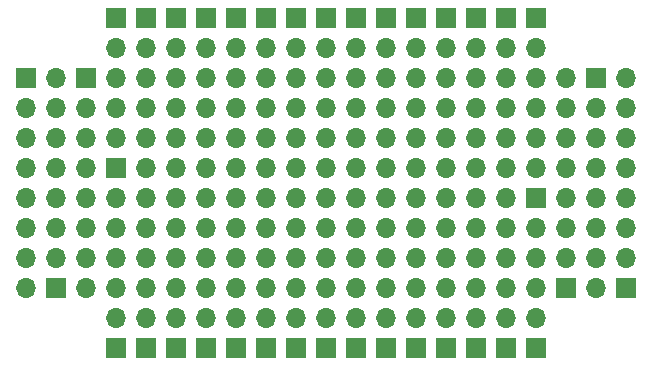
<source format=gbr>
G04 #@! TF.GenerationSoftware,KiCad,Pcbnew,(5.0.0)*
G04 #@! TF.CreationDate,2018-10-10T12:57:49-06:00*
G04 #@! TF.ProjectId,AltoidsSmallsPCB,416C746F696473536D616C6C73504342,rev?*
G04 #@! TF.SameCoordinates,Original*
G04 #@! TF.FileFunction,Soldermask,Bot*
G04 #@! TF.FilePolarity,Negative*
%FSLAX46Y46*%
G04 Gerber Fmt 4.6, Leading zero omitted, Abs format (unit mm)*
G04 Created by KiCad (PCBNEW (5.0.0)) date 10/10/18 12:57:49*
%MOMM*%
%LPD*%
G01*
G04 APERTURE LIST*
%ADD10O,1.700000X1.700000*%
%ADD11R,1.700000X1.700000*%
G04 APERTURE END LIST*
D10*
G04 #@! TO.C,J37*
X115570000Y-81280000D03*
X118110000Y-81280000D03*
X120650000Y-81280000D03*
X123190000Y-81280000D03*
X125730000Y-81280000D03*
X128270000Y-81280000D03*
X130810000Y-81280000D03*
X133350000Y-81280000D03*
X135890000Y-81280000D03*
X138430000Y-81280000D03*
X140970000Y-81280000D03*
X143510000Y-81280000D03*
X146050000Y-81280000D03*
X148590000Y-81280000D03*
D11*
X151130000Y-81280000D03*
G04 #@! TD*
D10*
G04 #@! TO.C,J38*
X151130000Y-78740000D03*
X148590000Y-78740000D03*
X146050000Y-78740000D03*
X143510000Y-78740000D03*
X140970000Y-78740000D03*
X138430000Y-78740000D03*
X135890000Y-78740000D03*
X133350000Y-78740000D03*
X130810000Y-78740000D03*
X128270000Y-78740000D03*
X125730000Y-78740000D03*
X123190000Y-78740000D03*
X120650000Y-78740000D03*
X118110000Y-78740000D03*
D11*
X115570000Y-78740000D03*
G04 #@! TD*
G04 #@! TO.C,J23*
X148590000Y-66040000D03*
D10*
X148590000Y-68580000D03*
X148590000Y-71120000D03*
X148590000Y-73660000D03*
X148590000Y-76200000D03*
G04 #@! TD*
D11*
G04 #@! TO.C,J9*
X143510000Y-93980000D03*
D10*
X143510000Y-91440000D03*
X143510000Y-88900000D03*
X143510000Y-86360000D03*
X143510000Y-83820000D03*
G04 #@! TD*
D11*
G04 #@! TO.C,J22*
X133350000Y-66040000D03*
D10*
X133350000Y-68580000D03*
X133350000Y-71120000D03*
X133350000Y-73660000D03*
X133350000Y-76200000D03*
G04 #@! TD*
D11*
G04 #@! TO.C,J21*
X130810000Y-93980000D03*
D10*
X130810000Y-91440000D03*
X130810000Y-88900000D03*
X130810000Y-86360000D03*
X130810000Y-83820000D03*
G04 #@! TD*
D11*
G04 #@! TO.C,J1*
X123190000Y-66040000D03*
D10*
X123190000Y-68580000D03*
X123190000Y-71120000D03*
X123190000Y-73660000D03*
X123190000Y-76200000D03*
G04 #@! TD*
D11*
G04 #@! TO.C,J19*
X138430000Y-93980000D03*
D10*
X138430000Y-91440000D03*
X138430000Y-88900000D03*
X138430000Y-86360000D03*
X138430000Y-83820000D03*
G04 #@! TD*
D11*
G04 #@! TO.C,J4*
X140970000Y-93980000D03*
D10*
X140970000Y-91440000D03*
X140970000Y-88900000D03*
X140970000Y-86360000D03*
X140970000Y-83820000D03*
G04 #@! TD*
D11*
G04 #@! TO.C,J17*
X128270000Y-66040000D03*
D10*
X128270000Y-68580000D03*
X128270000Y-71120000D03*
X128270000Y-73660000D03*
X128270000Y-76200000D03*
G04 #@! TD*
D11*
G04 #@! TO.C,J5*
X148590000Y-93980000D03*
D10*
X148590000Y-91440000D03*
X148590000Y-88900000D03*
X148590000Y-86360000D03*
X148590000Y-83820000D03*
G04 #@! TD*
D11*
G04 #@! TO.C,J15*
X151130000Y-93980000D03*
D10*
X151130000Y-91440000D03*
X151130000Y-88900000D03*
X151130000Y-86360000D03*
X151130000Y-83820000D03*
G04 #@! TD*
D11*
G04 #@! TO.C,J14*
X115570000Y-66040000D03*
D10*
X115570000Y-68580000D03*
X115570000Y-71120000D03*
X115570000Y-73660000D03*
X115570000Y-76200000D03*
G04 #@! TD*
D11*
G04 #@! TO.C,J13*
X118110000Y-66040000D03*
D10*
X118110000Y-68580000D03*
X118110000Y-71120000D03*
X118110000Y-73660000D03*
X118110000Y-76200000D03*
G04 #@! TD*
D11*
G04 #@! TO.C,J12*
X120650000Y-66040000D03*
D10*
X120650000Y-68580000D03*
X120650000Y-71120000D03*
X120650000Y-73660000D03*
X120650000Y-76200000D03*
G04 #@! TD*
D11*
G04 #@! TO.C,J11*
X115570000Y-93980000D03*
D10*
X115570000Y-91440000D03*
X115570000Y-88900000D03*
X115570000Y-86360000D03*
X115570000Y-83820000D03*
G04 #@! TD*
D11*
G04 #@! TO.C,J10*
X146050000Y-93980000D03*
D10*
X146050000Y-91440000D03*
X146050000Y-88900000D03*
X146050000Y-86360000D03*
X146050000Y-83820000D03*
G04 #@! TD*
D11*
G04 #@! TO.C,J2*
X123190000Y-93980000D03*
D10*
X123190000Y-91440000D03*
X123190000Y-88900000D03*
X123190000Y-86360000D03*
X123190000Y-83820000D03*
G04 #@! TD*
D11*
G04 #@! TO.C,J25*
X133350000Y-93980000D03*
D10*
X133350000Y-91440000D03*
X133350000Y-88900000D03*
X133350000Y-86360000D03*
X133350000Y-83820000D03*
G04 #@! TD*
D11*
G04 #@! TO.C,J26*
X135890000Y-66040000D03*
D10*
X135890000Y-68580000D03*
X135890000Y-71120000D03*
X135890000Y-73660000D03*
X135890000Y-76200000D03*
G04 #@! TD*
D11*
G04 #@! TO.C,J27*
X125730000Y-93980000D03*
D10*
X125730000Y-91440000D03*
X125730000Y-88900000D03*
X125730000Y-86360000D03*
X125730000Y-83820000D03*
G04 #@! TD*
D11*
G04 #@! TO.C,J28*
X146050000Y-66040000D03*
D10*
X146050000Y-68580000D03*
X146050000Y-71120000D03*
X146050000Y-73660000D03*
X146050000Y-76200000D03*
G04 #@! TD*
D11*
G04 #@! TO.C,J29*
X130810000Y-66040000D03*
D10*
X130810000Y-68580000D03*
X130810000Y-71120000D03*
X130810000Y-73660000D03*
X130810000Y-76200000D03*
G04 #@! TD*
D11*
G04 #@! TO.C,J30*
X140970000Y-66040000D03*
D10*
X140970000Y-68580000D03*
X140970000Y-71120000D03*
X140970000Y-73660000D03*
X140970000Y-76200000D03*
G04 #@! TD*
D11*
G04 #@! TO.C,J31*
X151130000Y-66040000D03*
D10*
X151130000Y-68580000D03*
X151130000Y-71120000D03*
X151130000Y-73660000D03*
X151130000Y-76200000D03*
G04 #@! TD*
D11*
G04 #@! TO.C,J32*
X143510000Y-66040000D03*
D10*
X143510000Y-68580000D03*
X143510000Y-71120000D03*
X143510000Y-73660000D03*
X143510000Y-76200000D03*
G04 #@! TD*
D11*
G04 #@! TO.C,J33*
X128270000Y-93980000D03*
D10*
X128270000Y-91440000D03*
X128270000Y-88900000D03*
X128270000Y-86360000D03*
X128270000Y-83820000D03*
G04 #@! TD*
D11*
G04 #@! TO.C,J34*
X138430000Y-66040000D03*
D10*
X138430000Y-68580000D03*
X138430000Y-71120000D03*
X138430000Y-73660000D03*
X138430000Y-76200000D03*
G04 #@! TD*
D11*
G04 #@! TO.C,J35*
X120650000Y-93980000D03*
D10*
X120650000Y-91440000D03*
X120650000Y-88900000D03*
X120650000Y-86360000D03*
X120650000Y-83820000D03*
G04 #@! TD*
D11*
G04 #@! TO.C,J36*
X118110000Y-93980000D03*
D10*
X118110000Y-91440000D03*
X118110000Y-88900000D03*
X118110000Y-86360000D03*
X118110000Y-83820000D03*
G04 #@! TD*
D11*
G04 #@! TO.C,J24*
X135890000Y-93980000D03*
D10*
X135890000Y-91440000D03*
X135890000Y-88900000D03*
X135890000Y-86360000D03*
X135890000Y-83820000D03*
G04 #@! TD*
D11*
G04 #@! TO.C,J7*
X125730000Y-66040000D03*
D10*
X125730000Y-68580000D03*
X125730000Y-71120000D03*
X125730000Y-73660000D03*
X125730000Y-76200000D03*
G04 #@! TD*
D11*
G04 #@! TO.C,J6*
X107950000Y-71120000D03*
D10*
X107950000Y-73660000D03*
X107950000Y-76200000D03*
X107950000Y-78740000D03*
X107950000Y-81280000D03*
X107950000Y-83820000D03*
X107950000Y-86360000D03*
X107950000Y-88900000D03*
G04 #@! TD*
D11*
G04 #@! TO.C,J8*
X153670000Y-88900000D03*
D10*
X153670000Y-86360000D03*
X153670000Y-83820000D03*
X153670000Y-81280000D03*
X153670000Y-78740000D03*
X153670000Y-76200000D03*
X153670000Y-73660000D03*
X153670000Y-71120000D03*
G04 #@! TD*
D11*
G04 #@! TO.C,J16*
X156210000Y-71120000D03*
D10*
X156210000Y-73660000D03*
X156210000Y-76200000D03*
X156210000Y-78740000D03*
X156210000Y-81280000D03*
X156210000Y-83820000D03*
X156210000Y-86360000D03*
X156210000Y-88900000D03*
G04 #@! TD*
D11*
G04 #@! TO.C,J18*
X158750000Y-88900000D03*
D10*
X158750000Y-86360000D03*
X158750000Y-83820000D03*
X158750000Y-81280000D03*
X158750000Y-78740000D03*
X158750000Y-76200000D03*
X158750000Y-73660000D03*
X158750000Y-71120000D03*
G04 #@! TD*
D11*
G04 #@! TO.C,J20*
X113030000Y-71120000D03*
D10*
X113030000Y-73660000D03*
X113030000Y-76200000D03*
X113030000Y-78740000D03*
X113030000Y-81280000D03*
X113030000Y-83820000D03*
X113030000Y-86360000D03*
X113030000Y-88900000D03*
G04 #@! TD*
D11*
G04 #@! TO.C,J3*
X110490000Y-88900000D03*
D10*
X110490000Y-86360000D03*
X110490000Y-83820000D03*
X110490000Y-81280000D03*
X110490000Y-78740000D03*
X110490000Y-76200000D03*
X110490000Y-73660000D03*
X110490000Y-71120000D03*
G04 #@! TD*
M02*

</source>
